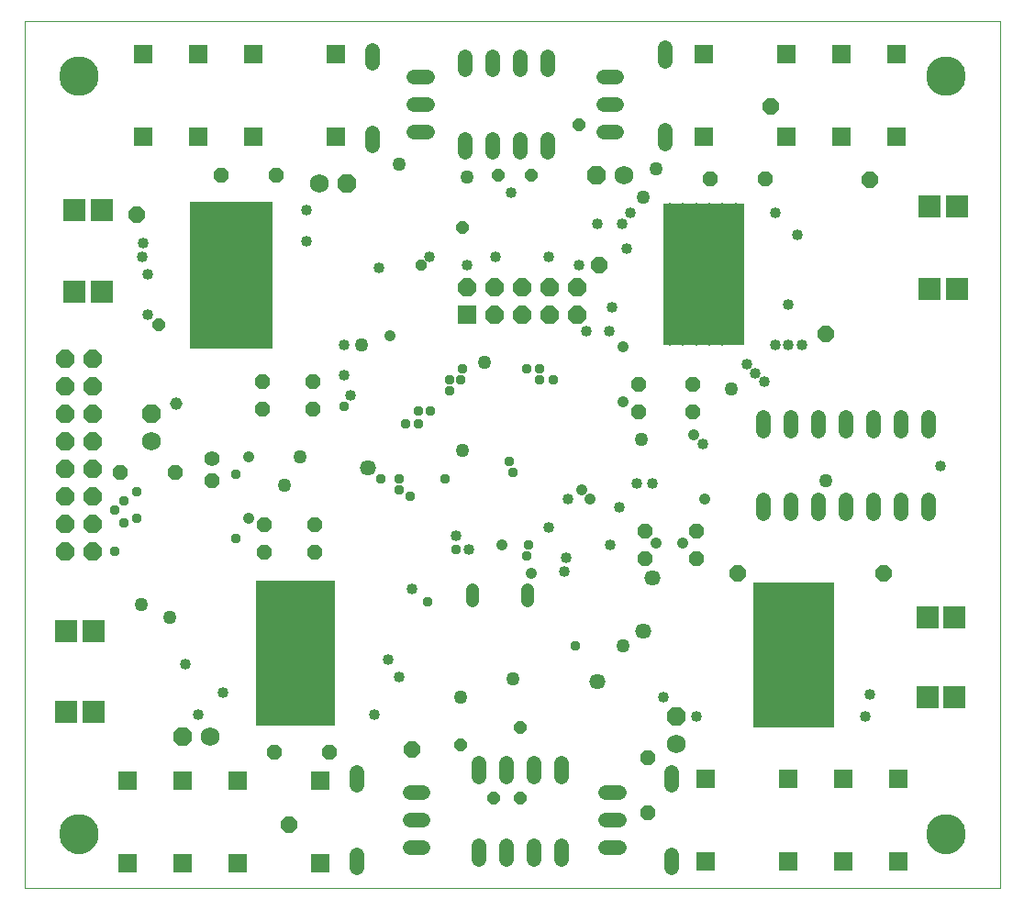
<source format=gbs>
G75*
G70*
%OFA0B0*%
%FSLAX24Y24*%
%IPPOS*%
%LPD*%
%AMOC8*
5,1,8,0,0,1.08239X$1,22.5*
%
%ADD10C,0.0000*%
%ADD11C,0.1438*%
%ADD12R,0.3040X0.5360*%
%ADD13R,0.2960X0.5120*%
%ADD14R,0.2960X0.5280*%
%ADD15R,0.2880X0.5280*%
%ADD16OC8,0.0660*%
%ADD17C,0.0460*%
%ADD18OC8,0.0560*%
%ADD19C,0.0560*%
%ADD20OC8,0.0690*%
%ADD21C,0.0690*%
%ADD22OC8,0.0540*%
%ADD23R,0.0828X0.0828*%
%ADD24R,0.0660X0.0660*%
%ADD25R,0.0710X0.0710*%
%ADD26C,0.0540*%
%ADD27OC8,0.0680*%
%ADD28C,0.0680*%
%ADD29C,0.0575*%
%ADD30C,0.0398*%
%ADD31C,0.0457*%
%ADD32C,0.0496*%
%ADD33C,0.0378*%
%ADD34C,0.0417*%
%ADD35OC8,0.0575*%
%ADD36OC8,0.0457*%
%ADD37OC8,0.0398*%
D10*
X001560Y003750D02*
X001560Y035246D01*
X036993Y035246D01*
X036993Y003750D01*
X001560Y003750D01*
X002840Y005719D02*
X002842Y005771D01*
X002848Y005823D01*
X002858Y005874D01*
X002871Y005924D01*
X002889Y005974D01*
X002910Y006021D01*
X002934Y006067D01*
X002963Y006111D01*
X002994Y006153D01*
X003028Y006192D01*
X003065Y006229D01*
X003105Y006262D01*
X003148Y006293D01*
X003192Y006320D01*
X003238Y006344D01*
X003287Y006364D01*
X003336Y006380D01*
X003387Y006393D01*
X003438Y006402D01*
X003490Y006407D01*
X003542Y006408D01*
X003594Y006405D01*
X003646Y006398D01*
X003697Y006387D01*
X003747Y006373D01*
X003796Y006354D01*
X003843Y006332D01*
X003888Y006307D01*
X003932Y006278D01*
X003973Y006246D01*
X004012Y006211D01*
X004047Y006173D01*
X004080Y006132D01*
X004110Y006090D01*
X004136Y006045D01*
X004159Y005998D01*
X004178Y005949D01*
X004194Y005899D01*
X004206Y005849D01*
X004214Y005797D01*
X004218Y005745D01*
X004218Y005693D01*
X004214Y005641D01*
X004206Y005589D01*
X004194Y005539D01*
X004178Y005489D01*
X004159Y005440D01*
X004136Y005393D01*
X004110Y005348D01*
X004080Y005306D01*
X004047Y005265D01*
X004012Y005227D01*
X003973Y005192D01*
X003932Y005160D01*
X003888Y005131D01*
X003843Y005106D01*
X003796Y005084D01*
X003747Y005065D01*
X003697Y005051D01*
X003646Y005040D01*
X003594Y005033D01*
X003542Y005030D01*
X003490Y005031D01*
X003438Y005036D01*
X003387Y005045D01*
X003336Y005058D01*
X003287Y005074D01*
X003238Y005094D01*
X003192Y005118D01*
X003148Y005145D01*
X003105Y005176D01*
X003065Y005209D01*
X003028Y005246D01*
X002994Y005285D01*
X002963Y005327D01*
X002934Y005371D01*
X002910Y005417D01*
X002889Y005464D01*
X002871Y005514D01*
X002858Y005564D01*
X002848Y005615D01*
X002842Y005667D01*
X002840Y005719D01*
X002840Y033278D02*
X002842Y033330D01*
X002848Y033382D01*
X002858Y033433D01*
X002871Y033483D01*
X002889Y033533D01*
X002910Y033580D01*
X002934Y033626D01*
X002963Y033670D01*
X002994Y033712D01*
X003028Y033751D01*
X003065Y033788D01*
X003105Y033821D01*
X003148Y033852D01*
X003192Y033879D01*
X003238Y033903D01*
X003287Y033923D01*
X003336Y033939D01*
X003387Y033952D01*
X003438Y033961D01*
X003490Y033966D01*
X003542Y033967D01*
X003594Y033964D01*
X003646Y033957D01*
X003697Y033946D01*
X003747Y033932D01*
X003796Y033913D01*
X003843Y033891D01*
X003888Y033866D01*
X003932Y033837D01*
X003973Y033805D01*
X004012Y033770D01*
X004047Y033732D01*
X004080Y033691D01*
X004110Y033649D01*
X004136Y033604D01*
X004159Y033557D01*
X004178Y033508D01*
X004194Y033458D01*
X004206Y033408D01*
X004214Y033356D01*
X004218Y033304D01*
X004218Y033252D01*
X004214Y033200D01*
X004206Y033148D01*
X004194Y033098D01*
X004178Y033048D01*
X004159Y032999D01*
X004136Y032952D01*
X004110Y032907D01*
X004080Y032865D01*
X004047Y032824D01*
X004012Y032786D01*
X003973Y032751D01*
X003932Y032719D01*
X003888Y032690D01*
X003843Y032665D01*
X003796Y032643D01*
X003747Y032624D01*
X003697Y032610D01*
X003646Y032599D01*
X003594Y032592D01*
X003542Y032589D01*
X003490Y032590D01*
X003438Y032595D01*
X003387Y032604D01*
X003336Y032617D01*
X003287Y032633D01*
X003238Y032653D01*
X003192Y032677D01*
X003148Y032704D01*
X003105Y032735D01*
X003065Y032768D01*
X003028Y032805D01*
X002994Y032844D01*
X002963Y032886D01*
X002934Y032930D01*
X002910Y032976D01*
X002889Y033023D01*
X002871Y033073D01*
X002858Y033123D01*
X002848Y033174D01*
X002842Y033226D01*
X002840Y033278D01*
X034336Y033278D02*
X034338Y033330D01*
X034344Y033382D01*
X034354Y033433D01*
X034367Y033483D01*
X034385Y033533D01*
X034406Y033580D01*
X034430Y033626D01*
X034459Y033670D01*
X034490Y033712D01*
X034524Y033751D01*
X034561Y033788D01*
X034601Y033821D01*
X034644Y033852D01*
X034688Y033879D01*
X034734Y033903D01*
X034783Y033923D01*
X034832Y033939D01*
X034883Y033952D01*
X034934Y033961D01*
X034986Y033966D01*
X035038Y033967D01*
X035090Y033964D01*
X035142Y033957D01*
X035193Y033946D01*
X035243Y033932D01*
X035292Y033913D01*
X035339Y033891D01*
X035384Y033866D01*
X035428Y033837D01*
X035469Y033805D01*
X035508Y033770D01*
X035543Y033732D01*
X035576Y033691D01*
X035606Y033649D01*
X035632Y033604D01*
X035655Y033557D01*
X035674Y033508D01*
X035690Y033458D01*
X035702Y033408D01*
X035710Y033356D01*
X035714Y033304D01*
X035714Y033252D01*
X035710Y033200D01*
X035702Y033148D01*
X035690Y033098D01*
X035674Y033048D01*
X035655Y032999D01*
X035632Y032952D01*
X035606Y032907D01*
X035576Y032865D01*
X035543Y032824D01*
X035508Y032786D01*
X035469Y032751D01*
X035428Y032719D01*
X035384Y032690D01*
X035339Y032665D01*
X035292Y032643D01*
X035243Y032624D01*
X035193Y032610D01*
X035142Y032599D01*
X035090Y032592D01*
X035038Y032589D01*
X034986Y032590D01*
X034934Y032595D01*
X034883Y032604D01*
X034832Y032617D01*
X034783Y032633D01*
X034734Y032653D01*
X034688Y032677D01*
X034644Y032704D01*
X034601Y032735D01*
X034561Y032768D01*
X034524Y032805D01*
X034490Y032844D01*
X034459Y032886D01*
X034430Y032930D01*
X034406Y032976D01*
X034385Y033023D01*
X034367Y033073D01*
X034354Y033123D01*
X034344Y033174D01*
X034338Y033226D01*
X034336Y033278D01*
X034336Y005719D02*
X034338Y005771D01*
X034344Y005823D01*
X034354Y005874D01*
X034367Y005924D01*
X034385Y005974D01*
X034406Y006021D01*
X034430Y006067D01*
X034459Y006111D01*
X034490Y006153D01*
X034524Y006192D01*
X034561Y006229D01*
X034601Y006262D01*
X034644Y006293D01*
X034688Y006320D01*
X034734Y006344D01*
X034783Y006364D01*
X034832Y006380D01*
X034883Y006393D01*
X034934Y006402D01*
X034986Y006407D01*
X035038Y006408D01*
X035090Y006405D01*
X035142Y006398D01*
X035193Y006387D01*
X035243Y006373D01*
X035292Y006354D01*
X035339Y006332D01*
X035384Y006307D01*
X035428Y006278D01*
X035469Y006246D01*
X035508Y006211D01*
X035543Y006173D01*
X035576Y006132D01*
X035606Y006090D01*
X035632Y006045D01*
X035655Y005998D01*
X035674Y005949D01*
X035690Y005899D01*
X035702Y005849D01*
X035710Y005797D01*
X035714Y005745D01*
X035714Y005693D01*
X035710Y005641D01*
X035702Y005589D01*
X035690Y005539D01*
X035674Y005489D01*
X035655Y005440D01*
X035632Y005393D01*
X035606Y005348D01*
X035576Y005306D01*
X035543Y005265D01*
X035508Y005227D01*
X035469Y005192D01*
X035428Y005160D01*
X035384Y005131D01*
X035339Y005106D01*
X035292Y005084D01*
X035243Y005065D01*
X035193Y005051D01*
X035142Y005040D01*
X035090Y005033D01*
X035038Y005030D01*
X034986Y005031D01*
X034934Y005036D01*
X034883Y005045D01*
X034832Y005058D01*
X034783Y005074D01*
X034734Y005094D01*
X034688Y005118D01*
X034644Y005145D01*
X034601Y005176D01*
X034561Y005209D01*
X034524Y005246D01*
X034490Y005285D01*
X034459Y005327D01*
X034430Y005371D01*
X034406Y005417D01*
X034385Y005464D01*
X034367Y005514D01*
X034354Y005564D01*
X034344Y005615D01*
X034338Y005667D01*
X034336Y005719D01*
D11*
X035025Y005719D03*
X035025Y033278D03*
X003529Y033278D03*
X003529Y005719D03*
D12*
X009080Y026030D03*
D13*
X026240Y026070D03*
D14*
X029520Y012230D03*
D15*
X011400Y012310D03*
D16*
X004029Y015998D03*
X004029Y016998D03*
X004029Y017998D03*
X004029Y018998D03*
X004029Y019998D03*
X004029Y020998D03*
X004029Y021998D03*
X004029Y022998D03*
X003029Y022998D03*
X003029Y021998D03*
X003029Y020998D03*
X003029Y019998D03*
X003029Y018998D03*
X003029Y017998D03*
X003029Y016998D03*
X003029Y015998D03*
X017640Y025610D03*
X018640Y025610D03*
X018640Y024610D03*
X019640Y024610D03*
X020640Y024610D03*
X021640Y024610D03*
X021640Y025610D03*
X020640Y025610D03*
X019640Y025610D03*
D17*
X019825Y014603D02*
X019825Y014203D01*
X017825Y014203D02*
X017825Y014603D01*
D18*
X008385Y018578D03*
D19*
X008385Y019378D03*
D20*
X006190Y021003D03*
D21*
X006190Y020003D03*
D22*
X007040Y018870D03*
X005040Y018870D03*
X010280Y016970D03*
X010280Y015970D03*
X012120Y015970D03*
X012120Y016970D03*
X012040Y021170D03*
X012040Y022170D03*
X010200Y022170D03*
X010200Y021170D03*
X010720Y029670D03*
X008720Y029670D03*
X023888Y022071D03*
X023888Y021071D03*
X025845Y021071D03*
X025845Y022071D03*
X025960Y016730D03*
X025960Y015730D03*
X024120Y015730D03*
X024120Y016730D03*
X024200Y008510D03*
X024200Y006510D03*
X012640Y008710D03*
X010640Y008710D03*
X026487Y029523D03*
X028487Y029523D03*
D23*
X034457Y028526D03*
X035441Y028526D03*
X035441Y025515D03*
X034457Y025515D03*
X034360Y013590D03*
X035344Y013590D03*
X035344Y010710D03*
X034360Y010710D03*
X004360Y025430D03*
X003376Y025430D03*
X003376Y028390D03*
X004360Y028390D03*
X004064Y013110D03*
X003080Y013110D03*
X003080Y010150D03*
X004064Y010150D03*
D24*
X017640Y024610D03*
D25*
X012880Y031050D03*
X009880Y031050D03*
X007880Y031050D03*
X005880Y031050D03*
X005880Y034050D03*
X007880Y034050D03*
X009880Y034050D03*
X012880Y034050D03*
X026240Y034050D03*
X026240Y031050D03*
X029240Y031050D03*
X031240Y031050D03*
X033240Y031050D03*
X033240Y034050D03*
X031240Y034050D03*
X029240Y034050D03*
X029320Y007730D03*
X031320Y007730D03*
X033320Y007730D03*
X033320Y004730D03*
X031320Y004730D03*
X029320Y004730D03*
X026320Y004730D03*
X026320Y007730D03*
X012320Y007650D03*
X012320Y004650D03*
X009320Y004650D03*
X007320Y004650D03*
X005320Y004650D03*
X005320Y007650D03*
X007320Y007650D03*
X009320Y007650D03*
D26*
X013640Y007490D02*
X013640Y007970D01*
X015560Y007230D02*
X016040Y007230D01*
X016040Y006230D02*
X015560Y006230D01*
X015560Y005230D02*
X016040Y005230D01*
X018060Y005290D02*
X018060Y004810D01*
X019060Y004810D02*
X019060Y005290D01*
X020060Y005290D02*
X020060Y004810D01*
X021060Y004810D02*
X021060Y005290D01*
X022680Y005230D02*
X023160Y005230D01*
X023160Y006230D02*
X022680Y006230D01*
X022680Y007230D02*
X023160Y007230D01*
X025080Y007490D02*
X025080Y007970D01*
X025080Y004970D02*
X025080Y004490D01*
X021060Y007810D02*
X021060Y008290D01*
X020060Y008290D02*
X020060Y007810D01*
X019060Y007810D02*
X019060Y008290D01*
X018060Y008290D02*
X018060Y007810D01*
X013640Y004970D02*
X013640Y004490D01*
X028400Y017370D02*
X028400Y017850D01*
X029400Y017850D02*
X029400Y017370D01*
X030400Y017370D02*
X030400Y017850D01*
X031400Y017850D02*
X031400Y017370D01*
X032400Y017370D02*
X032400Y017850D01*
X033400Y017850D02*
X033400Y017370D01*
X034400Y017370D02*
X034400Y017850D01*
X034400Y020370D02*
X034400Y020850D01*
X033400Y020850D02*
X033400Y020370D01*
X032400Y020370D02*
X032400Y020850D01*
X031400Y020850D02*
X031400Y020370D01*
X030400Y020370D02*
X030400Y020850D01*
X029400Y020850D02*
X029400Y020370D01*
X028400Y020370D02*
X028400Y020850D01*
X020580Y030490D02*
X020580Y030970D01*
X019580Y030970D02*
X019580Y030490D01*
X018580Y030490D02*
X018580Y030970D01*
X017580Y030970D02*
X017580Y030490D01*
X016200Y031230D02*
X015720Y031230D01*
X015720Y032230D02*
X016200Y032230D01*
X016200Y033230D02*
X015720Y033230D01*
X014200Y033730D02*
X014200Y034210D01*
X014200Y031210D02*
X014200Y030730D01*
X017580Y033490D02*
X017580Y033970D01*
X018580Y033970D02*
X018580Y033490D01*
X019580Y033490D02*
X019580Y033970D01*
X020580Y033970D02*
X020580Y033490D01*
X022600Y033230D02*
X023080Y033230D01*
X023080Y032230D02*
X022600Y032230D01*
X022600Y031230D02*
X023080Y031230D01*
X024840Y031290D02*
X024840Y030810D01*
X024840Y033810D02*
X024840Y034290D01*
D27*
X022340Y029670D03*
X013260Y029350D03*
X025240Y010010D03*
X007300Y009270D03*
D28*
X008300Y009270D03*
X025240Y009010D03*
X012260Y029350D03*
X023340Y029670D03*
D29*
X014040Y019030D03*
X022360Y011270D03*
X024040Y013110D03*
X024360Y015030D03*
D30*
X022840Y016230D03*
X023160Y017590D03*
X023800Y018470D03*
X024360Y018470D03*
X026200Y019910D03*
X028440Y022150D03*
X028120Y022470D03*
X027800Y022790D03*
X027400Y023750D03*
X027400Y024150D03*
X026920Y024150D03*
X026920Y023670D03*
X026440Y023670D03*
X026440Y024150D03*
X026440Y024630D03*
X026920Y024630D03*
X027400Y024630D03*
X027400Y025110D03*
X026920Y025110D03*
X026440Y025110D03*
X025960Y025110D03*
X025960Y024630D03*
X025960Y024150D03*
X025960Y023670D03*
X025480Y023670D03*
X025000Y023670D03*
X025000Y024150D03*
X025480Y024150D03*
X025480Y024630D03*
X025000Y024630D03*
X025000Y025110D03*
X025480Y025110D03*
X025480Y025590D03*
X025000Y025590D03*
X025000Y026070D03*
X025480Y026070D03*
X025960Y026070D03*
X025960Y025590D03*
X026440Y025590D03*
X026920Y025590D03*
X027400Y025590D03*
X027400Y026070D03*
X026920Y026070D03*
X026440Y026070D03*
X026440Y026550D03*
X026920Y026550D03*
X027400Y026550D03*
X027400Y027030D03*
X026920Y027030D03*
X026440Y027030D03*
X026440Y027510D03*
X026920Y027510D03*
X027400Y027510D03*
X027400Y027990D03*
X026920Y027990D03*
X026440Y027990D03*
X026440Y028470D03*
X026920Y028470D03*
X027400Y028470D03*
X025960Y028470D03*
X025960Y027990D03*
X025960Y027510D03*
X025960Y027030D03*
X025480Y027030D03*
X025000Y027030D03*
X025000Y027510D03*
X025480Y027510D03*
X025480Y027990D03*
X025000Y027990D03*
X025000Y028470D03*
X025480Y028470D03*
X025480Y026550D03*
X025000Y026550D03*
X025960Y026550D03*
X023440Y026990D03*
X023280Y027910D03*
X023560Y028310D03*
X022360Y027910D03*
X021720Y026390D03*
X020600Y026710D03*
X018680Y026710D03*
X017640Y026390D03*
X016280Y026710D03*
X014440Y026310D03*
X011800Y027270D03*
X011800Y028390D03*
X010280Y028470D03*
X010280Y027990D03*
X010280Y027510D03*
X010280Y027030D03*
X009800Y027030D03*
X009800Y027510D03*
X009800Y027990D03*
X009800Y028470D03*
X009320Y028470D03*
X009320Y027990D03*
X009320Y027510D03*
X009320Y027030D03*
X008840Y027030D03*
X008360Y027030D03*
X007880Y027030D03*
X007880Y027510D03*
X008360Y027510D03*
X008840Y027510D03*
X008840Y027990D03*
X008360Y027990D03*
X007880Y027990D03*
X007880Y028470D03*
X008360Y028470D03*
X008840Y028470D03*
X008840Y026550D03*
X008840Y026070D03*
X008840Y025590D03*
X008360Y025590D03*
X007880Y025590D03*
X007880Y026070D03*
X008360Y026070D03*
X008360Y026550D03*
X007880Y026550D03*
X009320Y026550D03*
X009320Y026070D03*
X009320Y025590D03*
X009320Y025110D03*
X009320Y024630D03*
X009320Y024150D03*
X009320Y023670D03*
X008840Y023670D03*
X008360Y023670D03*
X007880Y023670D03*
X007880Y024150D03*
X008360Y024150D03*
X008840Y024150D03*
X008840Y024630D03*
X008360Y024630D03*
X007880Y024630D03*
X007880Y025110D03*
X008360Y025110D03*
X008840Y025110D03*
X009800Y025110D03*
X009800Y024630D03*
X009800Y024150D03*
X009800Y023670D03*
X010280Y023670D03*
X010280Y024150D03*
X010280Y024630D03*
X010280Y025110D03*
X010280Y025590D03*
X009800Y025590D03*
X009800Y026070D03*
X010280Y026070D03*
X010280Y026550D03*
X009800Y026550D03*
X013160Y023510D03*
X013160Y022390D03*
X013400Y021670D03*
X017240Y016550D03*
X017720Y016070D03*
X015640Y014630D03*
X014760Y012070D03*
X015160Y011430D03*
X014280Y010070D03*
X012600Y009910D03*
X012120Y009910D03*
X012120Y010390D03*
X012600Y010390D03*
X012600Y010870D03*
X012120Y010870D03*
X011640Y010870D03*
X011640Y010390D03*
X011640Y009910D03*
X011160Y009910D03*
X010680Y009910D03*
X010200Y009910D03*
X010200Y010390D03*
X010680Y010390D03*
X011160Y010390D03*
X011160Y010870D03*
X010680Y010870D03*
X010200Y010870D03*
X010200Y011350D03*
X010680Y011350D03*
X011160Y011350D03*
X011640Y011350D03*
X011640Y011830D03*
X011160Y011830D03*
X010680Y011830D03*
X010200Y011830D03*
X010200Y012310D03*
X010680Y012310D03*
X011160Y012310D03*
X011640Y012310D03*
X012120Y012310D03*
X012120Y011830D03*
X012120Y011350D03*
X012600Y011350D03*
X012600Y011830D03*
X012600Y012310D03*
X012600Y012790D03*
X012120Y012790D03*
X012120Y013270D03*
X012600Y013270D03*
X012600Y013750D03*
X012120Y013750D03*
X012120Y014230D03*
X012600Y014230D03*
X012600Y014710D03*
X012120Y014710D03*
X011640Y014710D03*
X011160Y014710D03*
X010680Y014710D03*
X010200Y014710D03*
X010200Y014230D03*
X010200Y013750D03*
X010200Y013270D03*
X010200Y012790D03*
X010680Y012790D03*
X011160Y012790D03*
X011640Y012790D03*
X011640Y013270D03*
X011160Y013270D03*
X010680Y013270D03*
X010680Y013750D03*
X011160Y013750D03*
X011640Y013750D03*
X011640Y014230D03*
X011160Y014230D03*
X010680Y014230D03*
X007400Y011910D03*
X008760Y010870D03*
X007880Y010070D03*
X020600Y016870D03*
X021240Y015750D03*
X021160Y015270D03*
X021320Y017910D03*
X021960Y023990D03*
X022800Y023990D03*
X022920Y024870D03*
X019240Y029030D03*
X028840Y028310D03*
X029640Y027510D03*
X029320Y024950D03*
X029320Y023510D03*
X028840Y023510D03*
X029800Y023510D03*
X034840Y019110D03*
X030680Y014630D03*
X030200Y014630D03*
X029720Y014630D03*
X029240Y014630D03*
X029240Y014150D03*
X029240Y013670D03*
X029240Y013190D03*
X029720Y013190D03*
X030200Y013190D03*
X030680Y013190D03*
X030680Y013670D03*
X030200Y013670D03*
X029720Y013670D03*
X029720Y014150D03*
X030200Y014150D03*
X030680Y014150D03*
X030680Y012710D03*
X030680Y012230D03*
X030680Y011750D03*
X030680Y011270D03*
X030200Y011270D03*
X029720Y011270D03*
X029240Y011270D03*
X029240Y011750D03*
X029720Y011750D03*
X030200Y011750D03*
X030200Y012230D03*
X029720Y012230D03*
X029240Y012230D03*
X029240Y012710D03*
X029720Y012710D03*
X030200Y012710D03*
X028760Y012710D03*
X028760Y012230D03*
X028760Y011750D03*
X028760Y011270D03*
X028280Y011270D03*
X028280Y011750D03*
X028280Y012230D03*
X028280Y012710D03*
X028280Y013190D03*
X028760Y013190D03*
X028760Y013670D03*
X028280Y013670D03*
X028280Y014150D03*
X028760Y014150D03*
X028760Y014630D03*
X028280Y014630D03*
X028280Y010790D03*
X028280Y010310D03*
X028280Y009830D03*
X028760Y009830D03*
X028760Y010310D03*
X028760Y010790D03*
X029240Y010790D03*
X029240Y010310D03*
X029240Y009830D03*
X029720Y009830D03*
X030200Y009830D03*
X030680Y009830D03*
X030680Y010310D03*
X030200Y010310D03*
X029720Y010310D03*
X029720Y010790D03*
X030200Y010790D03*
X030680Y010790D03*
X032120Y009990D03*
X032280Y010790D03*
X025960Y009990D03*
X024760Y010710D03*
X006040Y024590D03*
X006040Y026070D03*
X005840Y026710D03*
X005880Y027190D03*
D31*
X007080Y021350D03*
D32*
X011000Y018390D03*
X011560Y019430D03*
X013800Y023510D03*
X017480Y019670D03*
X018280Y022870D03*
X023960Y020070D03*
X027240Y021910D03*
X030680Y018550D03*
X023320Y012550D03*
X019320Y011350D03*
X017400Y010710D03*
X006840Y013590D03*
X005800Y014070D03*
X017640Y029590D03*
X015160Y030070D03*
X024040Y028870D03*
X024520Y029910D03*
D33*
X020280Y022630D03*
X020280Y022230D03*
X020760Y022230D03*
X019800Y022630D03*
X017480Y022630D03*
X017400Y022230D03*
X017000Y022230D03*
X017000Y021830D03*
X016320Y021110D03*
X015880Y021110D03*
X015880Y020630D03*
X015400Y020630D03*
X015160Y018630D03*
X015160Y018230D03*
X014520Y018630D03*
X015560Y017990D03*
X016840Y018630D03*
X019160Y019270D03*
X019320Y018870D03*
X019880Y016230D03*
X019800Y015830D03*
X017240Y016070D03*
X016200Y014150D03*
X021560Y012550D03*
X013160Y021270D03*
X009240Y018790D03*
X009240Y016470D03*
X005640Y017190D03*
X005160Y017030D03*
X004840Y017510D03*
X005160Y017830D03*
X005640Y018150D03*
X004840Y015990D03*
D34*
X009720Y017190D03*
X009720Y019430D03*
X014840Y023830D03*
X021800Y018230D03*
X022120Y017910D03*
X024520Y016310D03*
X025480Y016310D03*
X026280Y017910D03*
X025880Y020230D03*
X023320Y021430D03*
X023320Y023430D03*
X018920Y016230D03*
X019960Y015190D03*
D35*
X015640Y008790D03*
X011160Y006070D03*
X027480Y015190D03*
X032760Y015190D03*
X030680Y023910D03*
X032280Y029510D03*
X028680Y032150D03*
X022440Y026390D03*
X005640Y028230D03*
D36*
X006440Y024230D03*
X017480Y027750D03*
X018760Y029670D03*
X019960Y029670D03*
X021720Y031510D03*
X019560Y009590D03*
X017400Y008950D03*
X018600Y007030D03*
X019560Y007030D03*
D37*
X015960Y026390D03*
M02*

</source>
